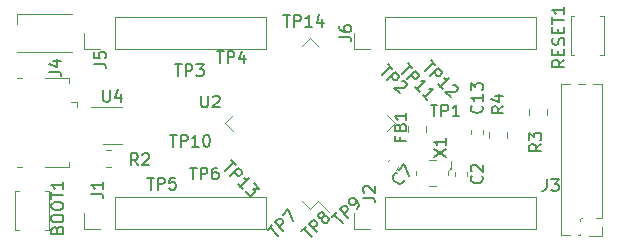
<source format=gbr>
%TF.GenerationSoftware,KiCad,Pcbnew,(7.0.0)*%
%TF.CreationDate,2023-04-02T12:15:27-04:00*%
%TF.ProjectId,H503,48353033-2e6b-4696-9361-645f70636258,rev?*%
%TF.SameCoordinates,Original*%
%TF.FileFunction,Legend,Top*%
%TF.FilePolarity,Positive*%
%FSLAX46Y46*%
G04 Gerber Fmt 4.6, Leading zero omitted, Abs format (unit mm)*
G04 Created by KiCad (PCBNEW (7.0.0)) date 2023-04-02 12:15:27*
%MOMM*%
%LPD*%
G01*
G04 APERTURE LIST*
%ADD10C,0.150000*%
%ADD11C,0.120000*%
G04 APERTURE END LIST*
D10*
%TO.C,J2*%
X95938180Y-62182333D02*
X96652466Y-62182333D01*
X96652466Y-62182333D02*
X96795323Y-62229952D01*
X96795323Y-62229952D02*
X96890561Y-62325190D01*
X96890561Y-62325190D02*
X96938180Y-62468047D01*
X96938180Y-62468047D02*
X96938180Y-62563285D01*
X96033419Y-61753761D02*
X95985800Y-61706142D01*
X95985800Y-61706142D02*
X95938180Y-61610904D01*
X95938180Y-61610904D02*
X95938180Y-61372809D01*
X95938180Y-61372809D02*
X95985800Y-61277571D01*
X95985800Y-61277571D02*
X96033419Y-61229952D01*
X96033419Y-61229952D02*
X96128657Y-61182333D01*
X96128657Y-61182333D02*
X96223895Y-61182333D01*
X96223895Y-61182333D02*
X96366752Y-61229952D01*
X96366752Y-61229952D02*
X96938180Y-61801380D01*
X96938180Y-61801380D02*
X96938180Y-61182333D01*
%TO.C,TP3*%
X79992695Y-50903980D02*
X80564123Y-50903980D01*
X80278409Y-51903980D02*
X80278409Y-50903980D01*
X80897457Y-51903980D02*
X80897457Y-50903980D01*
X80897457Y-50903980D02*
X81278409Y-50903980D01*
X81278409Y-50903980D02*
X81373647Y-50951600D01*
X81373647Y-50951600D02*
X81421266Y-50999219D01*
X81421266Y-50999219D02*
X81468885Y-51094457D01*
X81468885Y-51094457D02*
X81468885Y-51237314D01*
X81468885Y-51237314D02*
X81421266Y-51332552D01*
X81421266Y-51332552D02*
X81373647Y-51380171D01*
X81373647Y-51380171D02*
X81278409Y-51427790D01*
X81278409Y-51427790D02*
X80897457Y-51427790D01*
X81802219Y-50903980D02*
X82421266Y-50903980D01*
X82421266Y-50903980D02*
X82087933Y-51284933D01*
X82087933Y-51284933D02*
X82230790Y-51284933D01*
X82230790Y-51284933D02*
X82326028Y-51332552D01*
X82326028Y-51332552D02*
X82373647Y-51380171D01*
X82373647Y-51380171D02*
X82421266Y-51475409D01*
X82421266Y-51475409D02*
X82421266Y-51713504D01*
X82421266Y-51713504D02*
X82373647Y-51808742D01*
X82373647Y-51808742D02*
X82326028Y-51856361D01*
X82326028Y-51856361D02*
X82230790Y-51903980D01*
X82230790Y-51903980D02*
X81945076Y-51903980D01*
X81945076Y-51903980D02*
X81849838Y-51856361D01*
X81849838Y-51856361D02*
X81802219Y-51808742D01*
%TO.C,BOOT1*%
X70023771Y-64901533D02*
X70071390Y-64758676D01*
X70071390Y-64758676D02*
X70119009Y-64711057D01*
X70119009Y-64711057D02*
X70214247Y-64663438D01*
X70214247Y-64663438D02*
X70357104Y-64663438D01*
X70357104Y-64663438D02*
X70452342Y-64711057D01*
X70452342Y-64711057D02*
X70499961Y-64758676D01*
X70499961Y-64758676D02*
X70547580Y-64853914D01*
X70547580Y-64853914D02*
X70547580Y-65234866D01*
X70547580Y-65234866D02*
X69547580Y-65234866D01*
X69547580Y-65234866D02*
X69547580Y-64901533D01*
X69547580Y-64901533D02*
X69595200Y-64806295D01*
X69595200Y-64806295D02*
X69642819Y-64758676D01*
X69642819Y-64758676D02*
X69738057Y-64711057D01*
X69738057Y-64711057D02*
X69833295Y-64711057D01*
X69833295Y-64711057D02*
X69928533Y-64758676D01*
X69928533Y-64758676D02*
X69976152Y-64806295D01*
X69976152Y-64806295D02*
X70023771Y-64901533D01*
X70023771Y-64901533D02*
X70023771Y-65234866D01*
X69547580Y-64044390D02*
X69547580Y-63853914D01*
X69547580Y-63853914D02*
X69595200Y-63758676D01*
X69595200Y-63758676D02*
X69690438Y-63663438D01*
X69690438Y-63663438D02*
X69880914Y-63615819D01*
X69880914Y-63615819D02*
X70214247Y-63615819D01*
X70214247Y-63615819D02*
X70404723Y-63663438D01*
X70404723Y-63663438D02*
X70499961Y-63758676D01*
X70499961Y-63758676D02*
X70547580Y-63853914D01*
X70547580Y-63853914D02*
X70547580Y-64044390D01*
X70547580Y-64044390D02*
X70499961Y-64139628D01*
X70499961Y-64139628D02*
X70404723Y-64234866D01*
X70404723Y-64234866D02*
X70214247Y-64282485D01*
X70214247Y-64282485D02*
X69880914Y-64282485D01*
X69880914Y-64282485D02*
X69690438Y-64234866D01*
X69690438Y-64234866D02*
X69595200Y-64139628D01*
X69595200Y-64139628D02*
X69547580Y-64044390D01*
X69547580Y-62996771D02*
X69547580Y-62806295D01*
X69547580Y-62806295D02*
X69595200Y-62711057D01*
X69595200Y-62711057D02*
X69690438Y-62615819D01*
X69690438Y-62615819D02*
X69880914Y-62568200D01*
X69880914Y-62568200D02*
X70214247Y-62568200D01*
X70214247Y-62568200D02*
X70404723Y-62615819D01*
X70404723Y-62615819D02*
X70499961Y-62711057D01*
X70499961Y-62711057D02*
X70547580Y-62806295D01*
X70547580Y-62806295D02*
X70547580Y-62996771D01*
X70547580Y-62996771D02*
X70499961Y-63092009D01*
X70499961Y-63092009D02*
X70404723Y-63187247D01*
X70404723Y-63187247D02*
X70214247Y-63234866D01*
X70214247Y-63234866D02*
X69880914Y-63234866D01*
X69880914Y-63234866D02*
X69690438Y-63187247D01*
X69690438Y-63187247D02*
X69595200Y-63092009D01*
X69595200Y-63092009D02*
X69547580Y-62996771D01*
X69547580Y-62282485D02*
X69547580Y-61711057D01*
X70547580Y-61996771D02*
X69547580Y-61996771D01*
X70547580Y-60853914D02*
X70547580Y-61425342D01*
X70547580Y-61139628D02*
X69547580Y-61139628D01*
X69547580Y-61139628D02*
X69690438Y-61234866D01*
X69690438Y-61234866D02*
X69785676Y-61330104D01*
X69785676Y-61330104D02*
X69833295Y-61425342D01*
%TO.C,J3*%
X111477466Y-60606780D02*
X111477466Y-61321066D01*
X111477466Y-61321066D02*
X111429847Y-61463923D01*
X111429847Y-61463923D02*
X111334609Y-61559161D01*
X111334609Y-61559161D02*
X111191752Y-61606780D01*
X111191752Y-61606780D02*
X111096514Y-61606780D01*
X111858419Y-60606780D02*
X112477466Y-60606780D01*
X112477466Y-60606780D02*
X112144133Y-60987733D01*
X112144133Y-60987733D02*
X112286990Y-60987733D01*
X112286990Y-60987733D02*
X112382228Y-61035352D01*
X112382228Y-61035352D02*
X112429847Y-61082971D01*
X112429847Y-61082971D02*
X112477466Y-61178209D01*
X112477466Y-61178209D02*
X112477466Y-61416304D01*
X112477466Y-61416304D02*
X112429847Y-61511542D01*
X112429847Y-61511542D02*
X112382228Y-61559161D01*
X112382228Y-61559161D02*
X112286990Y-61606780D01*
X112286990Y-61606780D02*
X112001276Y-61606780D01*
X112001276Y-61606780D02*
X111906038Y-61559161D01*
X111906038Y-61559161D02*
X111858419Y-61511542D01*
%TO.C,R2*%
X76874533Y-59439180D02*
X76541200Y-58962990D01*
X76303105Y-59439180D02*
X76303105Y-58439180D01*
X76303105Y-58439180D02*
X76684057Y-58439180D01*
X76684057Y-58439180D02*
X76779295Y-58486800D01*
X76779295Y-58486800D02*
X76826914Y-58534419D01*
X76826914Y-58534419D02*
X76874533Y-58629657D01*
X76874533Y-58629657D02*
X76874533Y-58772514D01*
X76874533Y-58772514D02*
X76826914Y-58867752D01*
X76826914Y-58867752D02*
X76779295Y-58915371D01*
X76779295Y-58915371D02*
X76684057Y-58962990D01*
X76684057Y-58962990D02*
X76303105Y-58962990D01*
X77255486Y-58534419D02*
X77303105Y-58486800D01*
X77303105Y-58486800D02*
X77398343Y-58439180D01*
X77398343Y-58439180D02*
X77636438Y-58439180D01*
X77636438Y-58439180D02*
X77731676Y-58486800D01*
X77731676Y-58486800D02*
X77779295Y-58534419D01*
X77779295Y-58534419D02*
X77826914Y-58629657D01*
X77826914Y-58629657D02*
X77826914Y-58724895D01*
X77826914Y-58724895D02*
X77779295Y-58867752D01*
X77779295Y-58867752D02*
X77207867Y-59439180D01*
X77207867Y-59439180D02*
X77826914Y-59439180D01*
%TO.C,J1*%
X72925780Y-61852133D02*
X73640066Y-61852133D01*
X73640066Y-61852133D02*
X73782923Y-61899752D01*
X73782923Y-61899752D02*
X73878161Y-61994990D01*
X73878161Y-61994990D02*
X73925780Y-62137847D01*
X73925780Y-62137847D02*
X73925780Y-62233085D01*
X73925780Y-60852133D02*
X73925780Y-61423561D01*
X73925780Y-61137847D02*
X72925780Y-61137847D01*
X72925780Y-61137847D02*
X73068638Y-61233085D01*
X73068638Y-61233085D02*
X73163876Y-61328323D01*
X73163876Y-61328323D02*
X73211495Y-61423561D01*
%TO.C,TP7*%
X87839769Y-64910172D02*
X88243830Y-64506111D01*
X88748906Y-65415248D02*
X88041799Y-64708141D01*
X89186639Y-64977515D02*
X88479532Y-64270408D01*
X88479532Y-64270408D02*
X88748906Y-64001034D01*
X88748906Y-64001034D02*
X88849921Y-63967363D01*
X88849921Y-63967363D02*
X88917265Y-63967363D01*
X88917265Y-63967363D02*
X89018280Y-64001034D01*
X89018280Y-64001034D02*
X89119295Y-64102050D01*
X89119295Y-64102050D02*
X89152967Y-64203065D01*
X89152967Y-64203065D02*
X89152967Y-64270408D01*
X89152967Y-64270408D02*
X89119295Y-64371424D01*
X89119295Y-64371424D02*
X88849921Y-64640798D01*
X89119295Y-63630645D02*
X89590700Y-63159241D01*
X89590700Y-63159241D02*
X89994761Y-64169393D01*
%TO.C,TP14*%
X89193905Y-46712980D02*
X89765333Y-46712980D01*
X89479619Y-47712980D02*
X89479619Y-46712980D01*
X90098667Y-47712980D02*
X90098667Y-46712980D01*
X90098667Y-46712980D02*
X90479619Y-46712980D01*
X90479619Y-46712980D02*
X90574857Y-46760600D01*
X90574857Y-46760600D02*
X90622476Y-46808219D01*
X90622476Y-46808219D02*
X90670095Y-46903457D01*
X90670095Y-46903457D02*
X90670095Y-47046314D01*
X90670095Y-47046314D02*
X90622476Y-47141552D01*
X90622476Y-47141552D02*
X90574857Y-47189171D01*
X90574857Y-47189171D02*
X90479619Y-47236790D01*
X90479619Y-47236790D02*
X90098667Y-47236790D01*
X91622476Y-47712980D02*
X91051048Y-47712980D01*
X91336762Y-47712980D02*
X91336762Y-46712980D01*
X91336762Y-46712980D02*
X91241524Y-46855838D01*
X91241524Y-46855838D02*
X91146286Y-46951076D01*
X91146286Y-46951076D02*
X91051048Y-46998695D01*
X92479619Y-47046314D02*
X92479619Y-47712980D01*
X92241524Y-46665361D02*
X92003429Y-47379647D01*
X92003429Y-47379647D02*
X92622476Y-47379647D01*
%TO.C,U4*%
X73938095Y-53067380D02*
X73938095Y-53876904D01*
X73938095Y-53876904D02*
X73985714Y-53972142D01*
X73985714Y-53972142D02*
X74033333Y-54019761D01*
X74033333Y-54019761D02*
X74128571Y-54067380D01*
X74128571Y-54067380D02*
X74319047Y-54067380D01*
X74319047Y-54067380D02*
X74414285Y-54019761D01*
X74414285Y-54019761D02*
X74461904Y-53972142D01*
X74461904Y-53972142D02*
X74509523Y-53876904D01*
X74509523Y-53876904D02*
X74509523Y-53067380D01*
X75414285Y-53400714D02*
X75414285Y-54067380D01*
X75176190Y-53019761D02*
X74938095Y-53734047D01*
X74938095Y-53734047D02*
X75557142Y-53734047D01*
%TO.C,TP9*%
X93300769Y-63817972D02*
X93704830Y-63413911D01*
X94209906Y-64323048D02*
X93502799Y-63615941D01*
X94647639Y-63885315D02*
X93940532Y-63178208D01*
X93940532Y-63178208D02*
X94209906Y-62908834D01*
X94209906Y-62908834D02*
X94310921Y-62875163D01*
X94310921Y-62875163D02*
X94378265Y-62875163D01*
X94378265Y-62875163D02*
X94479280Y-62908834D01*
X94479280Y-62908834D02*
X94580295Y-63009850D01*
X94580295Y-63009850D02*
X94613967Y-63110865D01*
X94613967Y-63110865D02*
X94613967Y-63178208D01*
X94613967Y-63178208D02*
X94580295Y-63279224D01*
X94580295Y-63279224D02*
X94310921Y-63548598D01*
X95388418Y-63144537D02*
X95523105Y-63009850D01*
X95523105Y-63009850D02*
X95556776Y-62908834D01*
X95556776Y-62908834D02*
X95556776Y-62841491D01*
X95556776Y-62841491D02*
X95523105Y-62673132D01*
X95523105Y-62673132D02*
X95422089Y-62504773D01*
X95422089Y-62504773D02*
X95152715Y-62235399D01*
X95152715Y-62235399D02*
X95051700Y-62201728D01*
X95051700Y-62201728D02*
X94984357Y-62201728D01*
X94984357Y-62201728D02*
X94883341Y-62235399D01*
X94883341Y-62235399D02*
X94748654Y-62370086D01*
X94748654Y-62370086D02*
X94714982Y-62471102D01*
X94714982Y-62471102D02*
X94714982Y-62538445D01*
X94714982Y-62538445D02*
X94748654Y-62639460D01*
X94748654Y-62639460D02*
X94917013Y-62807819D01*
X94917013Y-62807819D02*
X95018028Y-62841491D01*
X95018028Y-62841491D02*
X95085372Y-62841491D01*
X95085372Y-62841491D02*
X95186387Y-62807819D01*
X95186387Y-62807819D02*
X95321074Y-62673132D01*
X95321074Y-62673132D02*
X95354746Y-62572117D01*
X95354746Y-62572117D02*
X95354746Y-62504773D01*
X95354746Y-62504773D02*
X95321074Y-62403758D01*
%TO.C,J4*%
X69369780Y-51514333D02*
X70084066Y-51514333D01*
X70084066Y-51514333D02*
X70226923Y-51561952D01*
X70226923Y-51561952D02*
X70322161Y-51657190D01*
X70322161Y-51657190D02*
X70369780Y-51800047D01*
X70369780Y-51800047D02*
X70369780Y-51895285D01*
X69703114Y-50609571D02*
X70369780Y-50609571D01*
X69322161Y-50847666D02*
X70036447Y-51085761D01*
X70036447Y-51085761D02*
X70036447Y-50466714D01*
%TO.C,TP6*%
X81262695Y-59641580D02*
X81834123Y-59641580D01*
X81548409Y-60641580D02*
X81548409Y-59641580D01*
X82167457Y-60641580D02*
X82167457Y-59641580D01*
X82167457Y-59641580D02*
X82548409Y-59641580D01*
X82548409Y-59641580D02*
X82643647Y-59689200D01*
X82643647Y-59689200D02*
X82691266Y-59736819D01*
X82691266Y-59736819D02*
X82738885Y-59832057D01*
X82738885Y-59832057D02*
X82738885Y-59974914D01*
X82738885Y-59974914D02*
X82691266Y-60070152D01*
X82691266Y-60070152D02*
X82643647Y-60117771D01*
X82643647Y-60117771D02*
X82548409Y-60165390D01*
X82548409Y-60165390D02*
X82167457Y-60165390D01*
X83596028Y-59641580D02*
X83405552Y-59641580D01*
X83405552Y-59641580D02*
X83310314Y-59689200D01*
X83310314Y-59689200D02*
X83262695Y-59736819D01*
X83262695Y-59736819D02*
X83167457Y-59879676D01*
X83167457Y-59879676D02*
X83119838Y-60070152D01*
X83119838Y-60070152D02*
X83119838Y-60451104D01*
X83119838Y-60451104D02*
X83167457Y-60546342D01*
X83167457Y-60546342D02*
X83215076Y-60593961D01*
X83215076Y-60593961D02*
X83310314Y-60641580D01*
X83310314Y-60641580D02*
X83500790Y-60641580D01*
X83500790Y-60641580D02*
X83596028Y-60593961D01*
X83596028Y-60593961D02*
X83643647Y-60546342D01*
X83643647Y-60546342D02*
X83691266Y-60451104D01*
X83691266Y-60451104D02*
X83691266Y-60213009D01*
X83691266Y-60213009D02*
X83643647Y-60117771D01*
X83643647Y-60117771D02*
X83596028Y-60070152D01*
X83596028Y-60070152D02*
X83500790Y-60022533D01*
X83500790Y-60022533D02*
X83310314Y-60022533D01*
X83310314Y-60022533D02*
X83215076Y-60070152D01*
X83215076Y-60070152D02*
X83167457Y-60117771D01*
X83167457Y-60117771D02*
X83119838Y-60213009D01*
%TO.C,RESET1*%
X112965580Y-50518771D02*
X112489390Y-50852104D01*
X112965580Y-51090199D02*
X111965580Y-51090199D01*
X111965580Y-51090199D02*
X111965580Y-50709247D01*
X111965580Y-50709247D02*
X112013200Y-50614009D01*
X112013200Y-50614009D02*
X112060819Y-50566390D01*
X112060819Y-50566390D02*
X112156057Y-50518771D01*
X112156057Y-50518771D02*
X112298914Y-50518771D01*
X112298914Y-50518771D02*
X112394152Y-50566390D01*
X112394152Y-50566390D02*
X112441771Y-50614009D01*
X112441771Y-50614009D02*
X112489390Y-50709247D01*
X112489390Y-50709247D02*
X112489390Y-51090199D01*
X112441771Y-50090199D02*
X112441771Y-49756866D01*
X112965580Y-49614009D02*
X112965580Y-50090199D01*
X112965580Y-50090199D02*
X111965580Y-50090199D01*
X111965580Y-50090199D02*
X111965580Y-49614009D01*
X112917961Y-49233056D02*
X112965580Y-49090199D01*
X112965580Y-49090199D02*
X112965580Y-48852104D01*
X112965580Y-48852104D02*
X112917961Y-48756866D01*
X112917961Y-48756866D02*
X112870342Y-48709247D01*
X112870342Y-48709247D02*
X112775104Y-48661628D01*
X112775104Y-48661628D02*
X112679866Y-48661628D01*
X112679866Y-48661628D02*
X112584628Y-48709247D01*
X112584628Y-48709247D02*
X112537009Y-48756866D01*
X112537009Y-48756866D02*
X112489390Y-48852104D01*
X112489390Y-48852104D02*
X112441771Y-49042580D01*
X112441771Y-49042580D02*
X112394152Y-49137818D01*
X112394152Y-49137818D02*
X112346533Y-49185437D01*
X112346533Y-49185437D02*
X112251295Y-49233056D01*
X112251295Y-49233056D02*
X112156057Y-49233056D01*
X112156057Y-49233056D02*
X112060819Y-49185437D01*
X112060819Y-49185437D02*
X112013200Y-49137818D01*
X112013200Y-49137818D02*
X111965580Y-49042580D01*
X111965580Y-49042580D02*
X111965580Y-48804485D01*
X111965580Y-48804485D02*
X112013200Y-48661628D01*
X112441771Y-48233056D02*
X112441771Y-47899723D01*
X112965580Y-47756866D02*
X112965580Y-48233056D01*
X112965580Y-48233056D02*
X111965580Y-48233056D01*
X111965580Y-48233056D02*
X111965580Y-47756866D01*
X111965580Y-47471151D02*
X111965580Y-46899723D01*
X112965580Y-47185437D02*
X111965580Y-47185437D01*
X112965580Y-46042580D02*
X112965580Y-46614008D01*
X112965580Y-46328294D02*
X111965580Y-46328294D01*
X111965580Y-46328294D02*
X112108438Y-46423532D01*
X112108438Y-46423532D02*
X112203676Y-46518770D01*
X112203676Y-46518770D02*
X112251295Y-46614008D01*
%TO.C,J6*%
X93931580Y-48567933D02*
X94645866Y-48567933D01*
X94645866Y-48567933D02*
X94788723Y-48615552D01*
X94788723Y-48615552D02*
X94883961Y-48710790D01*
X94883961Y-48710790D02*
X94931580Y-48853647D01*
X94931580Y-48853647D02*
X94931580Y-48948885D01*
X93931580Y-47663171D02*
X93931580Y-47853647D01*
X93931580Y-47853647D02*
X93979200Y-47948885D01*
X93979200Y-47948885D02*
X94026819Y-47996504D01*
X94026819Y-47996504D02*
X94169676Y-48091742D01*
X94169676Y-48091742D02*
X94360152Y-48139361D01*
X94360152Y-48139361D02*
X94741104Y-48139361D01*
X94741104Y-48139361D02*
X94836342Y-48091742D01*
X94836342Y-48091742D02*
X94883961Y-48044123D01*
X94883961Y-48044123D02*
X94931580Y-47948885D01*
X94931580Y-47948885D02*
X94931580Y-47758409D01*
X94931580Y-47758409D02*
X94883961Y-47663171D01*
X94883961Y-47663171D02*
X94836342Y-47615552D01*
X94836342Y-47615552D02*
X94741104Y-47567933D01*
X94741104Y-47567933D02*
X94503009Y-47567933D01*
X94503009Y-47567933D02*
X94407771Y-47615552D01*
X94407771Y-47615552D02*
X94360152Y-47663171D01*
X94360152Y-47663171D02*
X94312533Y-47758409D01*
X94312533Y-47758409D02*
X94312533Y-47948885D01*
X94312533Y-47948885D02*
X94360152Y-48044123D01*
X94360152Y-48044123D02*
X94407771Y-48091742D01*
X94407771Y-48091742D02*
X94503009Y-48139361D01*
%TO.C,X1*%
X101932580Y-58721523D02*
X102932580Y-58054857D01*
X101932580Y-58054857D02*
X102932580Y-58721523D01*
X102932580Y-57150095D02*
X102932580Y-57721523D01*
X102932580Y-57435809D02*
X101932580Y-57435809D01*
X101932580Y-57435809D02*
X102075438Y-57531047D01*
X102075438Y-57531047D02*
X102170676Y-57626285D01*
X102170676Y-57626285D02*
X102218295Y-57721523D01*
%TO.C,J5*%
X73154380Y-50828533D02*
X73868666Y-50828533D01*
X73868666Y-50828533D02*
X74011523Y-50876152D01*
X74011523Y-50876152D02*
X74106761Y-50971390D01*
X74106761Y-50971390D02*
X74154380Y-51114247D01*
X74154380Y-51114247D02*
X74154380Y-51209485D01*
X73154380Y-49876152D02*
X73154380Y-50352342D01*
X73154380Y-50352342D02*
X73630571Y-50399961D01*
X73630571Y-50399961D02*
X73582952Y-50352342D01*
X73582952Y-50352342D02*
X73535333Y-50257104D01*
X73535333Y-50257104D02*
X73535333Y-50019009D01*
X73535333Y-50019009D02*
X73582952Y-49923771D01*
X73582952Y-49923771D02*
X73630571Y-49876152D01*
X73630571Y-49876152D02*
X73725809Y-49828533D01*
X73725809Y-49828533D02*
X73963904Y-49828533D01*
X73963904Y-49828533D02*
X74059142Y-49876152D01*
X74059142Y-49876152D02*
X74106761Y-49923771D01*
X74106761Y-49923771D02*
X74154380Y-50019009D01*
X74154380Y-50019009D02*
X74154380Y-50257104D01*
X74154380Y-50257104D02*
X74106761Y-50352342D01*
X74106761Y-50352342D02*
X74059142Y-50399961D01*
%TO.C,TP11*%
X99700710Y-50800052D02*
X100104771Y-51204113D01*
X99195634Y-51709189D02*
X99902741Y-51002082D01*
X99633367Y-52146922D02*
X100340473Y-51439815D01*
X100340473Y-51439815D02*
X100609847Y-51709189D01*
X100609847Y-51709189D02*
X100643519Y-51810204D01*
X100643519Y-51810204D02*
X100643519Y-51877548D01*
X100643519Y-51877548D02*
X100609847Y-51978563D01*
X100609847Y-51978563D02*
X100508832Y-52079578D01*
X100508832Y-52079578D02*
X100407817Y-52113250D01*
X100407817Y-52113250D02*
X100340473Y-52113250D01*
X100340473Y-52113250D02*
X100239458Y-52079578D01*
X100239458Y-52079578D02*
X99970084Y-51810204D01*
X100710863Y-53224418D02*
X100306802Y-52820357D01*
X100508832Y-53022387D02*
X101215939Y-52315281D01*
X101215939Y-52315281D02*
X101047580Y-52348952D01*
X101047580Y-52348952D02*
X100912893Y-52348952D01*
X100912893Y-52348952D02*
X100811878Y-52315281D01*
X101384298Y-53897853D02*
X100980237Y-53493792D01*
X101182267Y-53695822D02*
X101889374Y-52988716D01*
X101889374Y-52988716D02*
X101721015Y-53022387D01*
X101721015Y-53022387D02*
X101586328Y-53022387D01*
X101586328Y-53022387D02*
X101485313Y-52988716D01*
%TO.C,U2*%
X82219895Y-53545580D02*
X82219895Y-54355104D01*
X82219895Y-54355104D02*
X82267514Y-54450342D01*
X82267514Y-54450342D02*
X82315133Y-54497961D01*
X82315133Y-54497961D02*
X82410371Y-54545580D01*
X82410371Y-54545580D02*
X82600847Y-54545580D01*
X82600847Y-54545580D02*
X82696085Y-54497961D01*
X82696085Y-54497961D02*
X82743704Y-54450342D01*
X82743704Y-54450342D02*
X82791323Y-54355104D01*
X82791323Y-54355104D02*
X82791323Y-53545580D01*
X83219895Y-53640819D02*
X83267514Y-53593200D01*
X83267514Y-53593200D02*
X83362752Y-53545580D01*
X83362752Y-53545580D02*
X83600847Y-53545580D01*
X83600847Y-53545580D02*
X83696085Y-53593200D01*
X83696085Y-53593200D02*
X83743704Y-53640819D01*
X83743704Y-53640819D02*
X83791323Y-53736057D01*
X83791323Y-53736057D02*
X83791323Y-53831295D01*
X83791323Y-53831295D02*
X83743704Y-53974152D01*
X83743704Y-53974152D02*
X83172276Y-54545580D01*
X83172276Y-54545580D02*
X83791323Y-54545580D01*
%TO.C,TP5*%
X77655895Y-60505180D02*
X78227323Y-60505180D01*
X77941609Y-61505180D02*
X77941609Y-60505180D01*
X78560657Y-61505180D02*
X78560657Y-60505180D01*
X78560657Y-60505180D02*
X78941609Y-60505180D01*
X78941609Y-60505180D02*
X79036847Y-60552800D01*
X79036847Y-60552800D02*
X79084466Y-60600419D01*
X79084466Y-60600419D02*
X79132085Y-60695657D01*
X79132085Y-60695657D02*
X79132085Y-60838514D01*
X79132085Y-60838514D02*
X79084466Y-60933752D01*
X79084466Y-60933752D02*
X79036847Y-60981371D01*
X79036847Y-60981371D02*
X78941609Y-61028990D01*
X78941609Y-61028990D02*
X78560657Y-61028990D01*
X80036847Y-60505180D02*
X79560657Y-60505180D01*
X79560657Y-60505180D02*
X79513038Y-60981371D01*
X79513038Y-60981371D02*
X79560657Y-60933752D01*
X79560657Y-60933752D02*
X79655895Y-60886133D01*
X79655895Y-60886133D02*
X79893990Y-60886133D01*
X79893990Y-60886133D02*
X79989228Y-60933752D01*
X79989228Y-60933752D02*
X80036847Y-60981371D01*
X80036847Y-60981371D02*
X80084466Y-61076609D01*
X80084466Y-61076609D02*
X80084466Y-61314704D01*
X80084466Y-61314704D02*
X80036847Y-61409942D01*
X80036847Y-61409942D02*
X79989228Y-61457561D01*
X79989228Y-61457561D02*
X79893990Y-61505180D01*
X79893990Y-61505180D02*
X79655895Y-61505180D01*
X79655895Y-61505180D02*
X79560657Y-61457561D01*
X79560657Y-61457561D02*
X79513038Y-61409942D01*
%TO.C,C7*%
X99363183Y-60681447D02*
X99363183Y-60748791D01*
X99363183Y-60748791D02*
X99295839Y-60883478D01*
X99295839Y-60883478D02*
X99228496Y-60950821D01*
X99228496Y-60950821D02*
X99093809Y-61018165D01*
X99093809Y-61018165D02*
X98959122Y-61018165D01*
X98959122Y-61018165D02*
X98858106Y-60984493D01*
X98858106Y-60984493D02*
X98689748Y-60883478D01*
X98689748Y-60883478D02*
X98588732Y-60782463D01*
X98588732Y-60782463D02*
X98487717Y-60614104D01*
X98487717Y-60614104D02*
X98454045Y-60513089D01*
X98454045Y-60513089D02*
X98454045Y-60378402D01*
X98454045Y-60378402D02*
X98521389Y-60243715D01*
X98521389Y-60243715D02*
X98588732Y-60176371D01*
X98588732Y-60176371D02*
X98723419Y-60109028D01*
X98723419Y-60109028D02*
X98790763Y-60109028D01*
X98959122Y-59805982D02*
X99430526Y-59334577D01*
X99430526Y-59334577D02*
X99834587Y-60344730D01*
%TO.C,TP8*%
X90709969Y-65037172D02*
X91114030Y-64633111D01*
X91619106Y-65542248D02*
X90911999Y-64835141D01*
X92056839Y-65104515D02*
X91349732Y-64397408D01*
X91349732Y-64397408D02*
X91619106Y-64128034D01*
X91619106Y-64128034D02*
X91720121Y-64094363D01*
X91720121Y-64094363D02*
X91787465Y-64094363D01*
X91787465Y-64094363D02*
X91888480Y-64128034D01*
X91888480Y-64128034D02*
X91989495Y-64229050D01*
X91989495Y-64229050D02*
X92023167Y-64330065D01*
X92023167Y-64330065D02*
X92023167Y-64397408D01*
X92023167Y-64397408D02*
X91989495Y-64498424D01*
X91989495Y-64498424D02*
X91720121Y-64767798D01*
X92460900Y-63892332D02*
X92359885Y-63926004D01*
X92359885Y-63926004D02*
X92292541Y-63926004D01*
X92292541Y-63926004D02*
X92191526Y-63892332D01*
X92191526Y-63892332D02*
X92157854Y-63858660D01*
X92157854Y-63858660D02*
X92124182Y-63757645D01*
X92124182Y-63757645D02*
X92124182Y-63690302D01*
X92124182Y-63690302D02*
X92157854Y-63589286D01*
X92157854Y-63589286D02*
X92292541Y-63454599D01*
X92292541Y-63454599D02*
X92393557Y-63420928D01*
X92393557Y-63420928D02*
X92460900Y-63420928D01*
X92460900Y-63420928D02*
X92561915Y-63454599D01*
X92561915Y-63454599D02*
X92595587Y-63488271D01*
X92595587Y-63488271D02*
X92629259Y-63589286D01*
X92629259Y-63589286D02*
X92629259Y-63656630D01*
X92629259Y-63656630D02*
X92595587Y-63757645D01*
X92595587Y-63757645D02*
X92460900Y-63892332D01*
X92460900Y-63892332D02*
X92427228Y-63993347D01*
X92427228Y-63993347D02*
X92427228Y-64060691D01*
X92427228Y-64060691D02*
X92460900Y-64161706D01*
X92460900Y-64161706D02*
X92595587Y-64296393D01*
X92595587Y-64296393D02*
X92696602Y-64330065D01*
X92696602Y-64330065D02*
X92763946Y-64330065D01*
X92763946Y-64330065D02*
X92864961Y-64296393D01*
X92864961Y-64296393D02*
X92999648Y-64161706D01*
X92999648Y-64161706D02*
X93033320Y-64060691D01*
X93033320Y-64060691D02*
X93033320Y-63993347D01*
X93033320Y-63993347D02*
X92999648Y-63892332D01*
X92999648Y-63892332D02*
X92864961Y-63757645D01*
X92864961Y-63757645D02*
X92763946Y-63723973D01*
X92763946Y-63723973D02*
X92696602Y-63723973D01*
X92696602Y-63723973D02*
X92595587Y-63757645D01*
%TO.C,TP12*%
X101656510Y-50571452D02*
X102060571Y-50975513D01*
X101151434Y-51480589D02*
X101858541Y-50773482D01*
X101589167Y-51918322D02*
X102296273Y-51211215D01*
X102296273Y-51211215D02*
X102565647Y-51480589D01*
X102565647Y-51480589D02*
X102599319Y-51581604D01*
X102599319Y-51581604D02*
X102599319Y-51648948D01*
X102599319Y-51648948D02*
X102565647Y-51749963D01*
X102565647Y-51749963D02*
X102464632Y-51850978D01*
X102464632Y-51850978D02*
X102363617Y-51884650D01*
X102363617Y-51884650D02*
X102296273Y-51884650D01*
X102296273Y-51884650D02*
X102195258Y-51850978D01*
X102195258Y-51850978D02*
X101925884Y-51581604D01*
X102666663Y-52995818D02*
X102262602Y-52591757D01*
X102464632Y-52793787D02*
X103171739Y-52086681D01*
X103171739Y-52086681D02*
X103003380Y-52120352D01*
X103003380Y-52120352D02*
X102868693Y-52120352D01*
X102868693Y-52120352D02*
X102767678Y-52086681D01*
X103575800Y-52625429D02*
X103643144Y-52625429D01*
X103643144Y-52625429D02*
X103744159Y-52659100D01*
X103744159Y-52659100D02*
X103912518Y-52827459D01*
X103912518Y-52827459D02*
X103946189Y-52928474D01*
X103946189Y-52928474D02*
X103946189Y-52995818D01*
X103946189Y-52995818D02*
X103912518Y-53096833D01*
X103912518Y-53096833D02*
X103845174Y-53164177D01*
X103845174Y-53164177D02*
X103710487Y-53231520D01*
X103710487Y-53231520D02*
X102902365Y-53231520D01*
X102902365Y-53231520D02*
X103340098Y-53669253D01*
%TO.C,C13*%
X105961542Y-54389257D02*
X106009161Y-54436876D01*
X106009161Y-54436876D02*
X106056780Y-54579733D01*
X106056780Y-54579733D02*
X106056780Y-54674971D01*
X106056780Y-54674971D02*
X106009161Y-54817828D01*
X106009161Y-54817828D02*
X105913923Y-54913066D01*
X105913923Y-54913066D02*
X105818685Y-54960685D01*
X105818685Y-54960685D02*
X105628209Y-55008304D01*
X105628209Y-55008304D02*
X105485352Y-55008304D01*
X105485352Y-55008304D02*
X105294876Y-54960685D01*
X105294876Y-54960685D02*
X105199638Y-54913066D01*
X105199638Y-54913066D02*
X105104400Y-54817828D01*
X105104400Y-54817828D02*
X105056780Y-54674971D01*
X105056780Y-54674971D02*
X105056780Y-54579733D01*
X105056780Y-54579733D02*
X105104400Y-54436876D01*
X105104400Y-54436876D02*
X105152019Y-54389257D01*
X106056780Y-53436876D02*
X106056780Y-54008304D01*
X106056780Y-53722590D02*
X105056780Y-53722590D01*
X105056780Y-53722590D02*
X105199638Y-53817828D01*
X105199638Y-53817828D02*
X105294876Y-53913066D01*
X105294876Y-53913066D02*
X105342495Y-54008304D01*
X105056780Y-53103542D02*
X105056780Y-52484495D01*
X105056780Y-52484495D02*
X105437733Y-52817828D01*
X105437733Y-52817828D02*
X105437733Y-52674971D01*
X105437733Y-52674971D02*
X105485352Y-52579733D01*
X105485352Y-52579733D02*
X105532971Y-52532114D01*
X105532971Y-52532114D02*
X105628209Y-52484495D01*
X105628209Y-52484495D02*
X105866304Y-52484495D01*
X105866304Y-52484495D02*
X105961542Y-52532114D01*
X105961542Y-52532114D02*
X106009161Y-52579733D01*
X106009161Y-52579733D02*
X106056780Y-52674971D01*
X106056780Y-52674971D02*
X106056780Y-52960685D01*
X106056780Y-52960685D02*
X106009161Y-53055923D01*
X106009161Y-53055923D02*
X105961542Y-53103542D01*
%TO.C,FB1*%
X99081371Y-57068933D02*
X99081371Y-57402266D01*
X99605180Y-57402266D02*
X98605180Y-57402266D01*
X98605180Y-57402266D02*
X98605180Y-56926076D01*
X99081371Y-56211790D02*
X99128990Y-56068933D01*
X99128990Y-56068933D02*
X99176609Y-56021314D01*
X99176609Y-56021314D02*
X99271847Y-55973695D01*
X99271847Y-55973695D02*
X99414704Y-55973695D01*
X99414704Y-55973695D02*
X99509942Y-56021314D01*
X99509942Y-56021314D02*
X99557561Y-56068933D01*
X99557561Y-56068933D02*
X99605180Y-56164171D01*
X99605180Y-56164171D02*
X99605180Y-56545123D01*
X99605180Y-56545123D02*
X98605180Y-56545123D01*
X98605180Y-56545123D02*
X98605180Y-56211790D01*
X98605180Y-56211790D02*
X98652800Y-56116552D01*
X98652800Y-56116552D02*
X98700419Y-56068933D01*
X98700419Y-56068933D02*
X98795657Y-56021314D01*
X98795657Y-56021314D02*
X98890895Y-56021314D01*
X98890895Y-56021314D02*
X98986133Y-56068933D01*
X98986133Y-56068933D02*
X99033752Y-56116552D01*
X99033752Y-56116552D02*
X99081371Y-56211790D01*
X99081371Y-56211790D02*
X99081371Y-56545123D01*
X99605180Y-55021314D02*
X99605180Y-55592742D01*
X99605180Y-55307028D02*
X98605180Y-55307028D01*
X98605180Y-55307028D02*
X98748038Y-55402266D01*
X98748038Y-55402266D02*
X98843276Y-55497504D01*
X98843276Y-55497504D02*
X98890895Y-55592742D01*
%TO.C,R4*%
X107809380Y-54446466D02*
X107333190Y-54779799D01*
X107809380Y-55017894D02*
X106809380Y-55017894D01*
X106809380Y-55017894D02*
X106809380Y-54636942D01*
X106809380Y-54636942D02*
X106857000Y-54541704D01*
X106857000Y-54541704D02*
X106904619Y-54494085D01*
X106904619Y-54494085D02*
X106999857Y-54446466D01*
X106999857Y-54446466D02*
X107142714Y-54446466D01*
X107142714Y-54446466D02*
X107237952Y-54494085D01*
X107237952Y-54494085D02*
X107285571Y-54541704D01*
X107285571Y-54541704D02*
X107333190Y-54636942D01*
X107333190Y-54636942D02*
X107333190Y-55017894D01*
X107142714Y-53589323D02*
X107809380Y-53589323D01*
X106761761Y-53827418D02*
X107476047Y-54065513D01*
X107476047Y-54065513D02*
X107476047Y-53446466D01*
%TO.C,TP4*%
X83548695Y-49786380D02*
X84120123Y-49786380D01*
X83834409Y-50786380D02*
X83834409Y-49786380D01*
X84453457Y-50786380D02*
X84453457Y-49786380D01*
X84453457Y-49786380D02*
X84834409Y-49786380D01*
X84834409Y-49786380D02*
X84929647Y-49834000D01*
X84929647Y-49834000D02*
X84977266Y-49881619D01*
X84977266Y-49881619D02*
X85024885Y-49976857D01*
X85024885Y-49976857D02*
X85024885Y-50119714D01*
X85024885Y-50119714D02*
X84977266Y-50214952D01*
X84977266Y-50214952D02*
X84929647Y-50262571D01*
X84929647Y-50262571D02*
X84834409Y-50310190D01*
X84834409Y-50310190D02*
X84453457Y-50310190D01*
X85882028Y-50119714D02*
X85882028Y-50786380D01*
X85643933Y-49738761D02*
X85405838Y-50453047D01*
X85405838Y-50453047D02*
X86024885Y-50453047D01*
%TO.C,R3*%
X111009780Y-57648766D02*
X110533590Y-57982099D01*
X111009780Y-58220194D02*
X110009780Y-58220194D01*
X110009780Y-58220194D02*
X110009780Y-57839242D01*
X110009780Y-57839242D02*
X110057400Y-57744004D01*
X110057400Y-57744004D02*
X110105019Y-57696385D01*
X110105019Y-57696385D02*
X110200257Y-57648766D01*
X110200257Y-57648766D02*
X110343114Y-57648766D01*
X110343114Y-57648766D02*
X110438352Y-57696385D01*
X110438352Y-57696385D02*
X110485971Y-57744004D01*
X110485971Y-57744004D02*
X110533590Y-57839242D01*
X110533590Y-57839242D02*
X110533590Y-58220194D01*
X110009780Y-57315432D02*
X110009780Y-56696385D01*
X110009780Y-56696385D02*
X110390733Y-57029718D01*
X110390733Y-57029718D02*
X110390733Y-56886861D01*
X110390733Y-56886861D02*
X110438352Y-56791623D01*
X110438352Y-56791623D02*
X110485971Y-56744004D01*
X110485971Y-56744004D02*
X110581209Y-56696385D01*
X110581209Y-56696385D02*
X110819304Y-56696385D01*
X110819304Y-56696385D02*
X110914542Y-56744004D01*
X110914542Y-56744004D02*
X110962161Y-56791623D01*
X110962161Y-56791623D02*
X111009780Y-56886861D01*
X111009780Y-56886861D02*
X111009780Y-57172575D01*
X111009780Y-57172575D02*
X110962161Y-57267813D01*
X110962161Y-57267813D02*
X110914542Y-57315432D01*
%TO.C,C2*%
X105961542Y-60339266D02*
X106009161Y-60386885D01*
X106009161Y-60386885D02*
X106056780Y-60529742D01*
X106056780Y-60529742D02*
X106056780Y-60624980D01*
X106056780Y-60624980D02*
X106009161Y-60767837D01*
X106009161Y-60767837D02*
X105913923Y-60863075D01*
X105913923Y-60863075D02*
X105818685Y-60910694D01*
X105818685Y-60910694D02*
X105628209Y-60958313D01*
X105628209Y-60958313D02*
X105485352Y-60958313D01*
X105485352Y-60958313D02*
X105294876Y-60910694D01*
X105294876Y-60910694D02*
X105199638Y-60863075D01*
X105199638Y-60863075D02*
X105104400Y-60767837D01*
X105104400Y-60767837D02*
X105056780Y-60624980D01*
X105056780Y-60624980D02*
X105056780Y-60529742D01*
X105056780Y-60529742D02*
X105104400Y-60386885D01*
X105104400Y-60386885D02*
X105152019Y-60339266D01*
X105152019Y-59958313D02*
X105104400Y-59910694D01*
X105104400Y-59910694D02*
X105056780Y-59815456D01*
X105056780Y-59815456D02*
X105056780Y-59577361D01*
X105056780Y-59577361D02*
X105104400Y-59482123D01*
X105104400Y-59482123D02*
X105152019Y-59434504D01*
X105152019Y-59434504D02*
X105247257Y-59386885D01*
X105247257Y-59386885D02*
X105342495Y-59386885D01*
X105342495Y-59386885D02*
X105485352Y-59434504D01*
X105485352Y-59434504D02*
X106056780Y-60005932D01*
X106056780Y-60005932D02*
X106056780Y-59386885D01*
%TO.C,TP1*%
X101658895Y-54307580D02*
X102230323Y-54307580D01*
X101944609Y-55307580D02*
X101944609Y-54307580D01*
X102563657Y-55307580D02*
X102563657Y-54307580D01*
X102563657Y-54307580D02*
X102944609Y-54307580D01*
X102944609Y-54307580D02*
X103039847Y-54355200D01*
X103039847Y-54355200D02*
X103087466Y-54402819D01*
X103087466Y-54402819D02*
X103135085Y-54498057D01*
X103135085Y-54498057D02*
X103135085Y-54640914D01*
X103135085Y-54640914D02*
X103087466Y-54736152D01*
X103087466Y-54736152D02*
X103039847Y-54783771D01*
X103039847Y-54783771D02*
X102944609Y-54831390D01*
X102944609Y-54831390D02*
X102563657Y-54831390D01*
X104087466Y-55307580D02*
X103516038Y-55307580D01*
X103801752Y-55307580D02*
X103801752Y-54307580D01*
X103801752Y-54307580D02*
X103706514Y-54450438D01*
X103706514Y-54450438D02*
X103611276Y-54545676D01*
X103611276Y-54545676D02*
X103516038Y-54593295D01*
%TO.C,TP13*%
X84740110Y-59029652D02*
X85144171Y-59433713D01*
X84235034Y-59938789D02*
X84942141Y-59231682D01*
X84672767Y-60376522D02*
X85379873Y-59669415D01*
X85379873Y-59669415D02*
X85649247Y-59938789D01*
X85649247Y-59938789D02*
X85682919Y-60039804D01*
X85682919Y-60039804D02*
X85682919Y-60107148D01*
X85682919Y-60107148D02*
X85649247Y-60208163D01*
X85649247Y-60208163D02*
X85548232Y-60309178D01*
X85548232Y-60309178D02*
X85447217Y-60342850D01*
X85447217Y-60342850D02*
X85379873Y-60342850D01*
X85379873Y-60342850D02*
X85278858Y-60309178D01*
X85278858Y-60309178D02*
X85009484Y-60039804D01*
X85750263Y-61454018D02*
X85346202Y-61049957D01*
X85548232Y-61251987D02*
X86255339Y-60544881D01*
X86255339Y-60544881D02*
X86086980Y-60578552D01*
X86086980Y-60578552D02*
X85952293Y-60578552D01*
X85952293Y-60578552D02*
X85851278Y-60544881D01*
X86693072Y-60982613D02*
X87130805Y-61420346D01*
X87130805Y-61420346D02*
X86625728Y-61454018D01*
X86625728Y-61454018D02*
X86726744Y-61555033D01*
X86726744Y-61555033D02*
X86760415Y-61656048D01*
X86760415Y-61656048D02*
X86760415Y-61723392D01*
X86760415Y-61723392D02*
X86726744Y-61824407D01*
X86726744Y-61824407D02*
X86558385Y-61992766D01*
X86558385Y-61992766D02*
X86457370Y-62026438D01*
X86457370Y-62026438D02*
X86390026Y-62026438D01*
X86390026Y-62026438D02*
X86289011Y-61992766D01*
X86289011Y-61992766D02*
X86086980Y-61790735D01*
X86086980Y-61790735D02*
X86053309Y-61689720D01*
X86053309Y-61689720D02*
X86053309Y-61622377D01*
%TO.C,TP2*%
X98005427Y-50908169D02*
X98409488Y-51312230D01*
X97500351Y-51817306D02*
X98207458Y-51110199D01*
X97938084Y-52255039D02*
X98645191Y-51547932D01*
X98645191Y-51547932D02*
X98914565Y-51817306D01*
X98914565Y-51817306D02*
X98948236Y-51918321D01*
X98948236Y-51918321D02*
X98948236Y-51985665D01*
X98948236Y-51985665D02*
X98914565Y-52086680D01*
X98914565Y-52086680D02*
X98813549Y-52187695D01*
X98813549Y-52187695D02*
X98712534Y-52221367D01*
X98712534Y-52221367D02*
X98645191Y-52221367D01*
X98645191Y-52221367D02*
X98544175Y-52187695D01*
X98544175Y-52187695D02*
X98274801Y-51918321D01*
X99251282Y-52288711D02*
X99318626Y-52288711D01*
X99318626Y-52288711D02*
X99419641Y-52322382D01*
X99419641Y-52322382D02*
X99588000Y-52490741D01*
X99588000Y-52490741D02*
X99621671Y-52591757D01*
X99621671Y-52591757D02*
X99621671Y-52659100D01*
X99621671Y-52659100D02*
X99588000Y-52760115D01*
X99588000Y-52760115D02*
X99520656Y-52827459D01*
X99520656Y-52827459D02*
X99385969Y-52894802D01*
X99385969Y-52894802D02*
X98577847Y-52894802D01*
X98577847Y-52894802D02*
X99015580Y-53332535D01*
%TO.C,TP10*%
X79592705Y-56872980D02*
X80164133Y-56872980D01*
X79878419Y-57872980D02*
X79878419Y-56872980D01*
X80497467Y-57872980D02*
X80497467Y-56872980D01*
X80497467Y-56872980D02*
X80878419Y-56872980D01*
X80878419Y-56872980D02*
X80973657Y-56920600D01*
X80973657Y-56920600D02*
X81021276Y-56968219D01*
X81021276Y-56968219D02*
X81068895Y-57063457D01*
X81068895Y-57063457D02*
X81068895Y-57206314D01*
X81068895Y-57206314D02*
X81021276Y-57301552D01*
X81021276Y-57301552D02*
X80973657Y-57349171D01*
X80973657Y-57349171D02*
X80878419Y-57396790D01*
X80878419Y-57396790D02*
X80497467Y-57396790D01*
X82021276Y-57872980D02*
X81449848Y-57872980D01*
X81735562Y-57872980D02*
X81735562Y-56872980D01*
X81735562Y-56872980D02*
X81640324Y-57015838D01*
X81640324Y-57015838D02*
X81545086Y-57111076D01*
X81545086Y-57111076D02*
X81449848Y-57158695D01*
X82640324Y-56872980D02*
X82735562Y-56872980D01*
X82735562Y-56872980D02*
X82830800Y-56920600D01*
X82830800Y-56920600D02*
X82878419Y-56968219D01*
X82878419Y-56968219D02*
X82926038Y-57063457D01*
X82926038Y-57063457D02*
X82973657Y-57253933D01*
X82973657Y-57253933D02*
X82973657Y-57492028D01*
X82973657Y-57492028D02*
X82926038Y-57682504D01*
X82926038Y-57682504D02*
X82878419Y-57777742D01*
X82878419Y-57777742D02*
X82830800Y-57825361D01*
X82830800Y-57825361D02*
X82735562Y-57872980D01*
X82735562Y-57872980D02*
X82640324Y-57872980D01*
X82640324Y-57872980D02*
X82545086Y-57825361D01*
X82545086Y-57825361D02*
X82497467Y-57777742D01*
X82497467Y-57777742D02*
X82449848Y-57682504D01*
X82449848Y-57682504D02*
X82402229Y-57492028D01*
X82402229Y-57492028D02*
X82402229Y-57253933D01*
X82402229Y-57253933D02*
X82449848Y-57063457D01*
X82449848Y-57063457D02*
X82497467Y-56968219D01*
X82497467Y-56968219D02*
X82545086Y-56920600D01*
X82545086Y-56920600D02*
X82640324Y-56872980D01*
D11*
%TO.C,J2*%
X95190000Y-64830000D02*
X95190000Y-63500000D01*
X96520000Y-64830000D02*
X95190000Y-64830000D01*
X97790000Y-64830000D02*
X110550000Y-64830000D01*
X97790000Y-64830000D02*
X97790000Y-62170000D01*
X110550000Y-64830000D02*
X110550000Y-62170000D01*
X97790000Y-62170000D02*
X110550000Y-62170000D01*
%TO.C,BOOT1*%
X66500000Y-64950000D02*
X66500000Y-61650000D01*
X66800000Y-64950000D02*
X66500000Y-64950000D01*
X69000000Y-64950000D02*
X69300000Y-64950000D01*
X69300000Y-64950000D02*
X69300000Y-61650000D01*
X66500000Y-61650000D02*
X66800000Y-61650000D01*
X69300000Y-61650000D02*
X69000000Y-61650000D01*
%TO.C,J3*%
X116192000Y-65453800D02*
X115062000Y-65453800D01*
X116192000Y-64693800D02*
X116192000Y-65453800D01*
X116192000Y-63933800D02*
X116192000Y-52568800D01*
X116192000Y-63933800D02*
X115625471Y-63933800D01*
X116192000Y-52568800D02*
X115369530Y-52568800D01*
X114754470Y-52568800D02*
X114099530Y-52568800D01*
X114498529Y-63933800D02*
X114355471Y-63933800D01*
X114302000Y-65388800D02*
X114099530Y-65388800D01*
X114302000Y-65257271D02*
X114302000Y-65388800D01*
X114302000Y-63987271D02*
X114302000Y-64130329D01*
X113484470Y-65388800D02*
X112662000Y-65388800D01*
X113484470Y-52568800D02*
X112662000Y-52568800D01*
X112662000Y-65388800D02*
X112662000Y-52568800D01*
%TO.C,R2*%
X74598264Y-59586800D02*
X74144136Y-59586800D01*
X74598264Y-58116800D02*
X74144136Y-58116800D01*
%TO.C,J1*%
X72330000Y-64830000D02*
X72330000Y-63500000D01*
X73660000Y-64830000D02*
X72330000Y-64830000D01*
X74930000Y-64830000D02*
X87690000Y-64830000D01*
X74930000Y-64830000D02*
X74930000Y-62170000D01*
X87690000Y-64830000D02*
X87690000Y-62170000D01*
X74930000Y-62170000D02*
X87690000Y-62170000D01*
%TO.C,U4*%
X74700000Y-54540000D02*
X72900000Y-54540000D01*
X74700000Y-54540000D02*
X75500000Y-54540000D01*
X74700000Y-57660000D02*
X73900000Y-57660000D01*
X74700000Y-57660000D02*
X75500000Y-57660000D01*
%TO.C,J4*%
X71002000Y-52080000D02*
X71002000Y-52500000D01*
X69022000Y-52080000D02*
X71002000Y-52080000D01*
X66652000Y-52080000D02*
X67052000Y-52080000D01*
X71232000Y-54080000D02*
X71682000Y-54080000D01*
X71682000Y-54530000D02*
X71682000Y-54080000D01*
X71002000Y-59600000D02*
X71002000Y-59180000D01*
X69022000Y-59600000D02*
X71002000Y-59600000D01*
X67052000Y-59600000D02*
X66652000Y-59600000D01*
%TO.C,RESET1*%
X116309600Y-46813200D02*
X116309600Y-50113200D01*
X116009600Y-46813200D02*
X116309600Y-46813200D01*
X113809600Y-46813200D02*
X113509600Y-46813200D01*
X113509600Y-46813200D02*
X113509600Y-50113200D01*
X116309600Y-50113200D02*
X116009600Y-50113200D01*
X113509600Y-50113200D02*
X113809600Y-50113200D01*
%TO.C,J6*%
X95190000Y-49590000D02*
X95190000Y-48260000D01*
X96520000Y-49590000D02*
X95190000Y-49590000D01*
X97790000Y-49590000D02*
X110550000Y-49590000D01*
X97790000Y-49590000D02*
X97790000Y-46930000D01*
X110550000Y-49590000D02*
X110550000Y-46930000D01*
X97790000Y-46930000D02*
X110550000Y-46930000D01*
%TO.C,X1*%
X101480000Y-59010000D02*
X102120000Y-59010000D01*
X103360000Y-59740000D02*
X103360000Y-59050000D01*
X100440000Y-59950000D02*
X100440000Y-60290000D01*
X103160000Y-59960000D02*
X103160000Y-60290000D01*
X101480000Y-61230000D02*
X102120000Y-61230000D01*
X103160000Y-59960000D02*
G75*
G03*
X103359999Y-59740000I-120002J310001D01*
G01*
%TO.C,J5*%
X72330000Y-49590000D02*
X72330000Y-48260000D01*
X73660000Y-49590000D02*
X72330000Y-49590000D01*
X74930000Y-49590000D02*
X87690000Y-49590000D01*
X74930000Y-49590000D02*
X74930000Y-46930000D01*
X87690000Y-49590000D02*
X87690000Y-46930000D01*
X74930000Y-46930000D02*
X87690000Y-46930000D01*
%TO.C,U2*%
X91440000Y-63106631D02*
X92111751Y-62434880D01*
X92111751Y-62434880D02*
X93059275Y-63382403D01*
X98666631Y-55880000D02*
X97994880Y-56551751D01*
X90768249Y-62434880D02*
X91440000Y-63106631D01*
X97994880Y-55208249D02*
X98666631Y-55880000D01*
X84885120Y-56551751D02*
X84213369Y-55880000D01*
X92111751Y-49325120D02*
X91440000Y-48653369D01*
X84213369Y-55880000D02*
X84885120Y-55208249D01*
X91440000Y-48653369D02*
X90768249Y-49325120D01*
%TO.C,C7*%
X98930030Y-59621219D02*
X98731219Y-59820030D01*
X98208781Y-58899970D02*
X98009970Y-59098781D01*
%TO.C,C13*%
X105027000Y-56757180D02*
X105027000Y-56476020D01*
X106047000Y-56757180D02*
X106047000Y-56476020D01*
%TO.C,FB1*%
X101235000Y-56118748D02*
X101235000Y-56641252D01*
X99765000Y-56118748D02*
X99765000Y-56641252D01*
%TO.C,R4*%
X108100800Y-56643536D02*
X108100800Y-57097664D01*
X106630800Y-56643536D02*
X106630800Y-57097664D01*
%TO.C,D1*%
X66637200Y-46660000D02*
X66637200Y-47460000D01*
X71287200Y-46660000D02*
X66637200Y-46660000D01*
X71287200Y-49860000D02*
X66637200Y-49860000D01*
%TO.C,R3*%
X110009000Y-55169164D02*
X110009000Y-54715036D01*
X111479000Y-55169164D02*
X111479000Y-54715036D01*
%TO.C,C2*%
X103740000Y-60310580D02*
X103740000Y-60029420D01*
X104760000Y-60310580D02*
X104760000Y-60029420D01*
%TD*%
M02*

</source>
